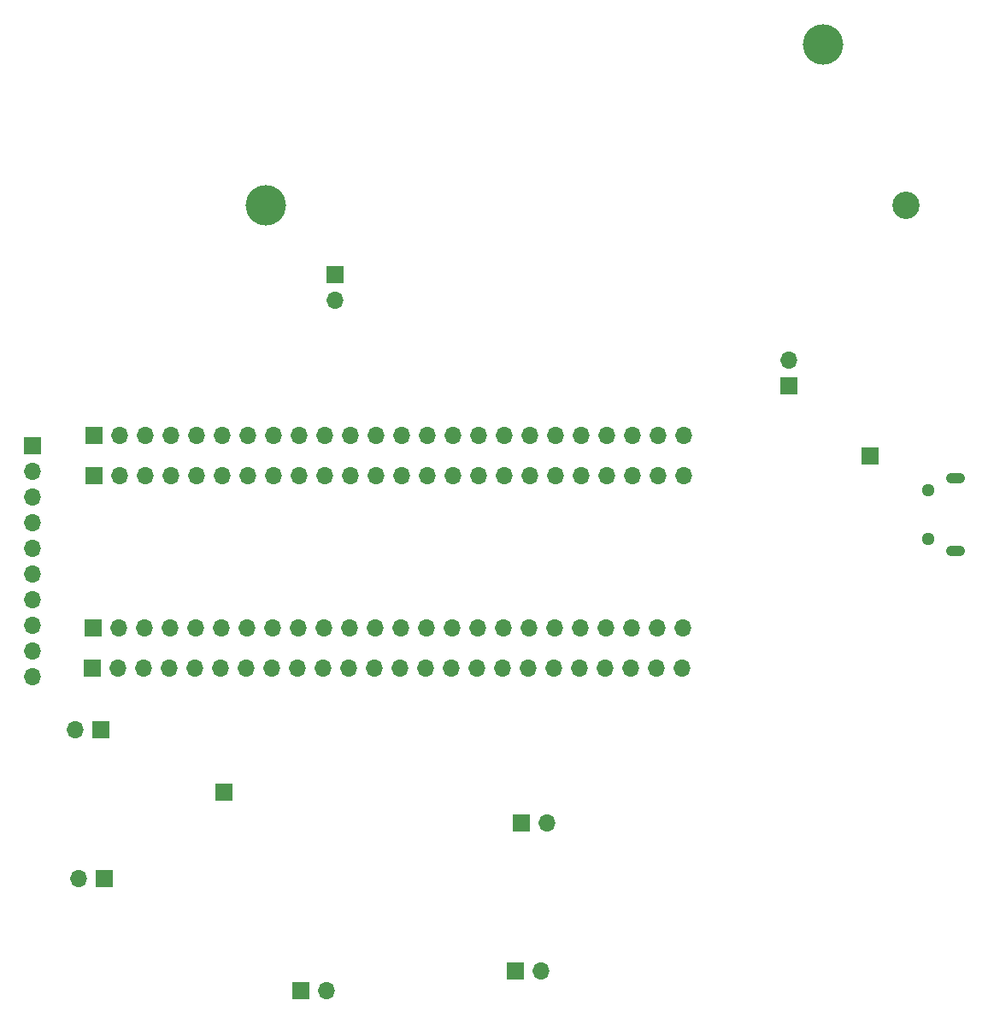
<source format=gbr>
%TF.GenerationSoftware,KiCad,Pcbnew,(7.0.0)*%
%TF.CreationDate,2023-03-21T09:48:06+02:00*%
%TF.ProjectId,HAT,4841542e-6b69-4636-9164-5f7063625858,rev?*%
%TF.SameCoordinates,Original*%
%TF.FileFunction,Soldermask,Bot*%
%TF.FilePolarity,Negative*%
%FSLAX46Y46*%
G04 Gerber Fmt 4.6, Leading zero omitted, Abs format (unit mm)*
G04 Created by KiCad (PCBNEW (7.0.0)) date 2023-03-21 09:48:06*
%MOMM*%
%LPD*%
G01*
G04 APERTURE LIST*
%ADD10R,1.700000X1.700000*%
%ADD11O,1.700000X1.700000*%
%ADD12C,2.700000*%
%ADD13C,4.000000*%
%ADD14O,1.900000X1.070000*%
%ADD15O,1.300000X1.300000*%
G04 APERTURE END LIST*
D10*
%TO.C,J10*%
X102059999Y-79949999D03*
D11*
X104599999Y-79949999D03*
X107139999Y-79949999D03*
X109679999Y-79949999D03*
X112219999Y-79949999D03*
X114759999Y-79949999D03*
X117299999Y-79949999D03*
X119839999Y-79949999D03*
X122379999Y-79949999D03*
X124919999Y-79949999D03*
X127459999Y-79949999D03*
X129999999Y-79949999D03*
X132539999Y-79949999D03*
X135079999Y-79949999D03*
X137619999Y-79949999D03*
X140159999Y-79949999D03*
X142699999Y-79949999D03*
X145239999Y-79949999D03*
X147779999Y-79949999D03*
X150319999Y-79949999D03*
X152859999Y-79949999D03*
X155399999Y-79949999D03*
X157939999Y-79949999D03*
X160479999Y-79949999D03*
%TD*%
D10*
%TO.C,J12*%
X143909999Y-113924923D03*
D11*
X146449999Y-113924923D03*
%TD*%
D10*
%TO.C,J7*%
X178999999Y-62999999D03*
%TD*%
%TO.C,J2*%
X125999999Y-44999999D03*
D11*
X125999999Y-47539999D03*
%TD*%
D10*
%TO.C,J14*%
X102849999Y-90099999D03*
D11*
X100309999Y-90099999D03*
%TD*%
D12*
%TO.C,BT1*%
X182570000Y-38200000D03*
D13*
X174350000Y-22200000D03*
X119150000Y-38200000D03*
%TD*%
D10*
%TO.C,J8*%
X102099999Y-60949999D03*
D11*
X104639999Y-60949999D03*
X107179999Y-60949999D03*
X109719999Y-60949999D03*
X112259999Y-60949999D03*
X114799999Y-60949999D03*
X117339999Y-60949999D03*
X119879999Y-60949999D03*
X122419999Y-60949999D03*
X124959999Y-60949999D03*
X127499999Y-60949999D03*
X130039999Y-60949999D03*
X132579999Y-60949999D03*
X135119999Y-60949999D03*
X137659999Y-60949999D03*
X140199999Y-60949999D03*
X142739999Y-60949999D03*
X145279999Y-60949999D03*
X147819999Y-60949999D03*
X150359999Y-60949999D03*
X152899999Y-60949999D03*
X155439999Y-60949999D03*
X157979999Y-60949999D03*
X160519999Y-60949999D03*
%TD*%
D10*
%TO.C,J1*%
X170999999Y-55999999D03*
D11*
X170999999Y-53459999D03*
%TD*%
D14*
%TO.C,J6*%
X187452799Y-72345199D03*
D15*
X184802799Y-71170199D03*
X184802799Y-66320199D03*
D14*
X187452799Y-65145199D03*
%TD*%
D10*
%TO.C,J15*%
X103149999Y-104799999D03*
D11*
X100609999Y-104799999D03*
%TD*%
D10*
%TO.C,J5*%
X95999999Y-61919999D03*
D11*
X95999999Y-64459999D03*
X95999999Y-66999999D03*
X95999999Y-69539999D03*
X95999999Y-72079999D03*
X95999999Y-74619999D03*
X95999999Y-77159999D03*
X95999999Y-79699999D03*
X95999999Y-82239999D03*
X95999999Y-84779999D03*
%TD*%
D10*
%TO.C,J11*%
X101979999Y-83949999D03*
D11*
X104519999Y-83949999D03*
X107059999Y-83949999D03*
X109599999Y-83949999D03*
X112139999Y-83949999D03*
X114679999Y-83949999D03*
X117219999Y-83949999D03*
X119759999Y-83949999D03*
X122299999Y-83949999D03*
X124839999Y-83949999D03*
X127379999Y-83949999D03*
X129919999Y-83949999D03*
X132459999Y-83949999D03*
X134999999Y-83949999D03*
X137539999Y-83949999D03*
X140079999Y-83949999D03*
X142619999Y-83949999D03*
X145159999Y-83949999D03*
X147699999Y-83949999D03*
X150239999Y-83949999D03*
X152779999Y-83949999D03*
X155319999Y-83949999D03*
X157859999Y-83949999D03*
X160399999Y-83949999D03*
%TD*%
D10*
%TO.C,J4*%
X122601743Y-115919999D03*
D11*
X125141743Y-115919999D03*
%TD*%
D10*
%TO.C,J9*%
X102119999Y-64949999D03*
D11*
X104659999Y-64949999D03*
X107199999Y-64949999D03*
X109739999Y-64949999D03*
X112279999Y-64949999D03*
X114819999Y-64949999D03*
X117359999Y-64949999D03*
X119899999Y-64949999D03*
X122439999Y-64949999D03*
X124979999Y-64949999D03*
X127519999Y-64949999D03*
X130059999Y-64949999D03*
X132599999Y-64949999D03*
X135139999Y-64949999D03*
X137679999Y-64949999D03*
X140219999Y-64949999D03*
X142759999Y-64949999D03*
X145299999Y-64949999D03*
X147839999Y-64949999D03*
X150379999Y-64949999D03*
X152919999Y-64949999D03*
X155459999Y-64949999D03*
X157999999Y-64949999D03*
X160539999Y-64949999D03*
%TD*%
D10*
%TO.C,J3*%
X114999999Y-96212499D03*
%TD*%
%TO.C,J13*%
X144474999Y-99249961D03*
D11*
X147014999Y-99249961D03*
%TD*%
M02*

</source>
